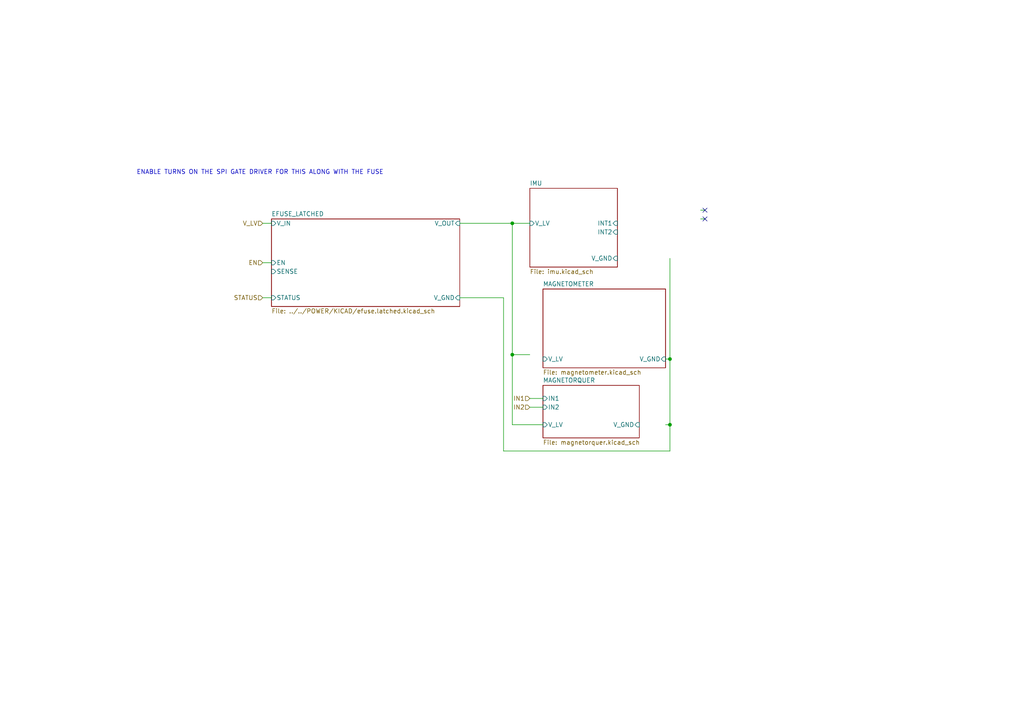
<source format=kicad_sch>
(kicad_sch
	(version 20231120)
	(generator "eeschema")
	(generator_version "8.0")
	(uuid "7d0945a7-d196-4c5d-ba1c-7b08c1bd5948")
	(paper "A4")
	(lib_symbols)
	(junction
		(at 148.59 102.87)
		(diameter 0)
		(color 0 0 0 0)
		(uuid "ce55b9f0-067d-4419-be66-111088133538")
	)
	(junction
		(at 148.59 64.77)
		(diameter 0)
		(color 0 0 0 0)
		(uuid "f1a077b1-64e6-4450-9667-925e88a2f652")
	)
	(junction
		(at 194.31 104.14)
		(diameter 0)
		(color 0 0 0 0)
		(uuid "f45d974b-7828-4f4f-85fb-147a3348e1ed")
	)
	(junction
		(at 194.31 123.19)
		(diameter 0)
		(color 0 0 0 0)
		(uuid "fcbdb707-0baf-4499-96b3-57fd5f122c75")
	)
	(no_connect
		(at 204.47 60.96)
		(uuid "be528b98-d680-4604-939f-64cd933cafbd")
	)
	(no_connect
		(at 204.47 63.5)
		(uuid "c95d2b2f-9302-4fe5-b394-2ca6ac903196")
	)
	(wire
		(pts
			(xy 133.35 86.36) (xy 146.05 86.36)
		)
		(stroke
			(width 0)
			(type default)
		)
		(uuid "1312ceaf-c8a2-453c-9c58-cdff51ed1857")
	)
	(wire
		(pts
			(xy 148.59 123.19) (xy 157.48 123.19)
		)
		(stroke
			(width 0)
			(type default)
		)
		(uuid "18a8a311-616d-4c67-84a3-e7d80295faba")
	)
	(wire
		(pts
			(xy 203.2 63.5) (xy 204.47 63.5)
		)
		(stroke
			(width 0)
			(type default)
		)
		(uuid "1a4d1ae5-de7c-4a20-a66d-7a5042fde2c3")
	)
	(wire
		(pts
			(xy 153.67 64.77) (xy 148.59 64.77)
		)
		(stroke
			(width 0)
			(type default)
		)
		(uuid "22ae5bdd-e757-4d09-8d2b-c0d5c6f34baa")
	)
	(wire
		(pts
			(xy 76.2 76.2) (xy 78.74 76.2)
		)
		(stroke
			(width 0)
			(type default)
		)
		(uuid "2650c744-d178-4f44-9570-53e4ca9960ae")
	)
	(wire
		(pts
			(xy 203.2 60.96) (xy 204.47 60.96)
		)
		(stroke
			(width 0)
			(type default)
		)
		(uuid "377e5d9d-32dd-4c42-b25f-6962c5707b49")
	)
	(wire
		(pts
			(xy 153.67 115.57) (xy 157.48 115.57)
		)
		(stroke
			(width 0)
			(type default)
		)
		(uuid "46593ac1-6334-47c5-b785-1881543251db")
	)
	(wire
		(pts
			(xy 193.04 104.14) (xy 194.31 104.14)
		)
		(stroke
			(width 0)
			(type default)
		)
		(uuid "74b69c05-0a59-4386-a169-73d25f1f40db")
	)
	(wire
		(pts
			(xy 148.59 102.87) (xy 153.67 102.87)
		)
		(stroke
			(width 0)
			(type default)
		)
		(uuid "7f6e32d0-db2a-4691-804e-6a3b1256b534")
	)
	(wire
		(pts
			(xy 193.04 123.19) (xy 194.31 123.19)
		)
		(stroke
			(width 0)
			(type default)
		)
		(uuid "81545a0a-04cc-4a84-9b0f-279c2609c461")
	)
	(wire
		(pts
			(xy 76.2 86.36) (xy 78.74 86.36)
		)
		(stroke
			(width 0)
			(type default)
		)
		(uuid "86ab8f2c-2daf-4250-afaf-be2e359bd347")
	)
	(wire
		(pts
			(xy 148.59 102.87) (xy 148.59 123.19)
		)
		(stroke
			(width 0)
			(type default)
		)
		(uuid "ab223bb3-339a-441e-b0ed-4a396dee8310")
	)
	(wire
		(pts
			(xy 76.2 64.77) (xy 78.74 64.77)
		)
		(stroke
			(width 0)
			(type default)
		)
		(uuid "ab2d36c0-b3d0-4191-b092-8d4bc1ca9f81")
	)
	(wire
		(pts
			(xy 146.05 86.36) (xy 146.05 130.81)
		)
		(stroke
			(width 0)
			(type default)
		)
		(uuid "ac25e835-9d55-4cb3-bdfa-f5b37a456d45")
	)
	(wire
		(pts
			(xy 194.31 104.14) (xy 194.31 123.19)
		)
		(stroke
			(width 0)
			(type default)
		)
		(uuid "adbeeb34-e9c7-40db-aba9-3a1d54ebb502")
	)
	(wire
		(pts
			(xy 133.35 64.77) (xy 148.59 64.77)
		)
		(stroke
			(width 0)
			(type default)
		)
		(uuid "c0b378b4-99d6-4798-bfb5-4f39f0e39666")
	)
	(wire
		(pts
			(xy 194.31 130.81) (xy 194.31 123.19)
		)
		(stroke
			(width 0)
			(type default)
		)
		(uuid "c0e6198e-eaef-46c6-8de5-739153e90acc")
	)
	(wire
		(pts
			(xy 148.59 64.77) (xy 148.59 102.87)
		)
		(stroke
			(width 0)
			(type default)
		)
		(uuid "dc51c3d0-fb6b-4eb0-be8a-90d758c19e05")
	)
	(wire
		(pts
			(xy 146.05 130.81) (xy 194.31 130.81)
		)
		(stroke
			(width 0)
			(type default)
		)
		(uuid "ed07273c-ddda-4eaf-ba66-9eeb2670c68c")
	)
	(wire
		(pts
			(xy 153.67 118.11) (xy 157.48 118.11)
		)
		(stroke
			(width 0)
			(type default)
		)
		(uuid "ed9ce3c7-17af-486e-a775-192e3787e8a4")
	)
	(wire
		(pts
			(xy 194.31 74.93) (xy 194.31 104.14)
		)
		(stroke
			(width 0)
			(type default)
		)
		(uuid "f26c4a96-8c02-4986-9e85-c483c12e0587")
	)
	(text "ENABLE TURNS ON THE SPI GATE DRIVER FOR THIS ALONG WITH THE FUSE"
		(exclude_from_sim no)
		(at 75.438 50.038 0)
		(effects
			(font
				(size 1.27 1.27)
			)
		)
		(uuid "cb9a8cb9-adb8-4f1a-be7b-753a22b51679")
	)
	(hierarchical_label "V_LV"
		(shape input)
		(at 76.2 64.77 180)
		(fields_autoplaced yes)
		(effects
			(font
				(size 1.27 1.27)
			)
			(justify right)
		)
		(uuid "870dbedc-cddc-4180-bb33-c8216e230f95")
	)
	(hierarchical_label "STATUS"
		(shape input)
		(at 76.2 86.36 180)
		(fields_autoplaced yes)
		(effects
			(font
				(size 1.27 1.27)
			)
			(justify right)
		)
		(uuid "a7f93b75-636e-461a-88fc-ebc2d32a1053")
	)
	(hierarchical_label "EN"
		(shape input)
		(at 76.2 76.2 180)
		(fields_autoplaced yes)
		(effects
			(font
				(size 1.27 1.27)
			)
			(justify right)
		)
		(uuid "c02acda9-0fdb-411c-9919-618415088420")
	)
	(hierarchical_label "IN1"
		(shape input)
		(at 153.67 115.57 180)
		(fields_autoplaced yes)
		(effects
			(font
				(size 1.27 1.27)
			)
			(justify right)
		)
		(uuid "c41d1df9-4767-497b-8970-e129c904900b")
	)
	(hierarchical_label "IN2"
		(shape input)
		(at 153.67 118.11 180)
		(fields_autoplaced yes)
		(effects
			(font
				(size 1.27 1.27)
			)
			(justify right)
		)
		(uuid "e1119835-9a9d-4100-b225-a7802331e376")
	)
	(sheet
		(at 157.48 111.76)
		(size 27.94 15.24)
		(fields_autoplaced yes)
		(stroke
			(width 0.1524)
			(type solid)
		)
		(fill
			(color 0 0 0 0.0000)
		)
		(uuid "433919e1-31dc-4246-95f6-ee3d62409f80")
		(property "Sheetname" "MAGNETORQUER"
			(at 157.48 111.0484 0)
			(effects
				(font
					(size 1.27 1.27)
				)
				(justify left bottom)
			)
		)
		(property "Sheetfile" "magnetorquer.kicad_sch"
			(at 157.48 127.5846 0)
			(effects
				(font
					(size 1.27 1.27)
				)
				(justify left top)
			)
		)
		(pin "V_LV" input
			(at 157.48 123.19 180)
			(effects
				(font
					(size 1.27 1.27)
				)
				(justify left)
			)
			(uuid "83b68b3d-09aa-4af8-a631-852af6618476")
		)
		(pin "IN1" input
			(at 157.48 115.57 180)
			(effects
				(font
					(size 1.27 1.27)
				)
				(justify left)
			)
			(uuid "c0fe7d4e-e928-46bf-9d8c-e4963053142a")
		)
		(pin "IN2" input
			(at 157.48 118.11 180)
			(effects
				(font
					(size 1.27 1.27)
				)
				(justify left)
			)
			(uuid "d95136b2-a672-45b1-b391-1316c9965864")
		)
		(pin "V_GND" input
			(at 185.42 123.19 0)
			(effects
				(font
					(size 1.27 1.27)
				)
				(justify right)
			)
			(uuid "da34da55-5754-4952-976c-36830dbe600f")
		)
		(instances
			(project "control"
				(path "/c4b3c8f9-82bd-4648-8d22-870bf16aa829/8812c96e-ca04-41e1-abbd-8267da6f4a17"
					(page "7")
				)
			)
		)
	)
	(sheet
		(at 78.74 63.5)
		(size 54.61 25.4)
		(fields_autoplaced yes)
		(stroke
			(width 0.1524)
			(type solid)
		)
		(fill
			(color 0 0 0 0.0000)
		)
		(uuid "4f67d7e5-b4f1-4280-8ca9-89c489da0499")
		(property "Sheetname" "EFUSE_LATCHED"
			(at 78.74 62.7884 0)
			(effects
				(font
					(size 1.27 1.27)
				)
				(justify left bottom)
			)
		)
		(property "Sheetfile" "../../POWER/KICAD/efuse.latched.kicad_sch"
			(at 78.74 89.4846 0)
			(effects
				(font
					(size 1.27 1.27)
				)
				(justify left top)
			)
		)
		(pin "V_OUT" input
			(at 133.35 64.77 0)
			(effects
				(font
					(size 1.27 1.27)
				)
				(justify right)
			)
			(uuid "01c82610-8de4-4c82-965c-0ef33286de96")
		)
		(pin "SENSE" input
			(at 78.74 78.74 180)
			(effects
				(font
					(size 1.27 1.27)
				)
				(justify left)
			)
			(uuid "876e96dc-66a6-42e5-80cf-14b76435d4c0")
		)
		(pin "V_GND" input
			(at 133.35 86.36 0)
			(effects
				(font
					(size 1.27 1.27)
				)
				(justify right)
			)
			(uuid "a7f2184b-2b73-487e-9671-9fa1bc43e00a")
		)
		(pin "V_IN" input
			(at 78.74 64.77 180)
			(effects
				(font
					(size 1.27 1.27)
				)
				(justify left)
			)
			(uuid "fe532661-666f-4837-a2f0-72eb0a45ce47")
		)
		(pin "STATUS" input
			(at 78.74 86.36 180)
			(effects
				(font
					(size 1.27 1.27)
				)
				(justify left)
			)
			(uuid "c7dd0d7d-462b-490a-8c51-b33bb44699e8")
		)
		(pin "EN" input
			(at 78.74 76.2 180)
			(effects
				(font
					(size 1.27 1.27)
				)
				(justify left)
			)
			(uuid "592002b2-3fc9-4b7d-9379-49d5eafaa311")
		)
		(instances
			(project "control"
				(path "/c4b3c8f9-82bd-4648-8d22-870bf16aa829/8812c96e-ca04-41e1-abbd-8267da6f4a17"
					(page "2")
				)
			)
		)
	)
	(sheet
		(at 157.48 83.82)
		(size 35.56 22.86)
		(fields_autoplaced yes)
		(stroke
			(width 0.1524)
			(type solid)
		)
		(fill
			(color 0 0 0 0.0000)
		)
		(uuid "7961d14d-33e0-4023-b261-58154649801a")
		(property "Sheetname" "MAGNETOMETER"
			(at 157.48 83.1084 0)
			(effects
				(font
					(size 1.27 1.27)
				)
				(justify left bottom)
			)
		)
		(property "Sheetfile" "magnetometer.kicad_sch"
			(at 157.48 107.2646 0)
			(effects
				(font
					(size 1.27 1.27)
				)
				(justify left top)
			)
		)
		(pin "V_GND" input
			(at 193.04 104.14 0)
			(effects
				(font
					(size 1.27 1.27)
				)
				(justify right)
			)
			(uuid "22b38362-4fc2-4524-889c-de6a9cf19e3d")
		)
		(pin "V_LV" input
			(at 157.48 104.14 180)
			(effects
				(font
					(size 1.27 1.27)
				)
				(justify left)
			)
			(uuid "c780c561-3b9c-4470-9868-962fc12dd502")
		)
		(instances
			(project "control"
				(path "/c4b3c8f9-82bd-4648-8d22-870bf16aa829/8812c96e-ca04-41e1-abbd-8267da6f4a17"
					(page "6")
				)
			)
		)
	)
	(sheet
		(at 153.67 54.61)
		(size 25.4 22.86)
		(fields_autoplaced yes)
		(stroke
			(width 0.1524)
			(type solid)
		)
		(fill
			(color 0 0 0 0.0000)
		)
		(uuid "e5069783-8ffc-4a77-a35d-d0ecbe4cde7f")
		(property "Sheetname" "IMU"
			(at 153.67 53.8984 0)
			(effects
				(font
					(size 1.27 1.27)
				)
				(justify left bottom)
			)
		)
		(property "Sheetfile" "imu.kicad_sch"
			(at 153.67 78.0546 0)
			(effects
				(font
					(size 1.27 1.27)
				)
				(justify left top)
			)
		)
		(pin "V_GND" input
			(at 179.07 74.93 0)
			(effects
				(font
					(size 1.27 1.27)
				)
				(justify right)
			)
			(uuid "24ae072e-3268-4c16-ab0c-d34da180ff2c")
		)
		(pin "INT2" input
			(at 179.07 67.31 0)
			(effects
				(font
					(size 1.27 1.27)
				)
				(justify right)
			)
			(uuid "1ecf837c-b4e3-4071-8eed-0d1b1d6c8a69")
		)
		(pin "INT1" input
			(at 179.07 64.77 0)
			(effects
				(font
					(size 1.27 1.27)
				)
				(justify right)
			)
			(uuid "b171d300-5a3c-4d0e-90a0-8f8f5d8f6e5a")
		)
		(pin "V_LV" input
			(at 153.67 64.77 180)
			(effects
				(font
					(size 1.27 1.27)
				)
				(justify left)
			)
			(uuid "f9a5dbe8-5fb5-410b-829a-32500c19db6e")
		)
		(instances
			(project "control"
				(path "/c4b3c8f9-82bd-4648-8d22-870bf16aa829/8812c96e-ca04-41e1-abbd-8267da6f4a17"
					(page "5")
				)
			)
		)
	)
)

</source>
